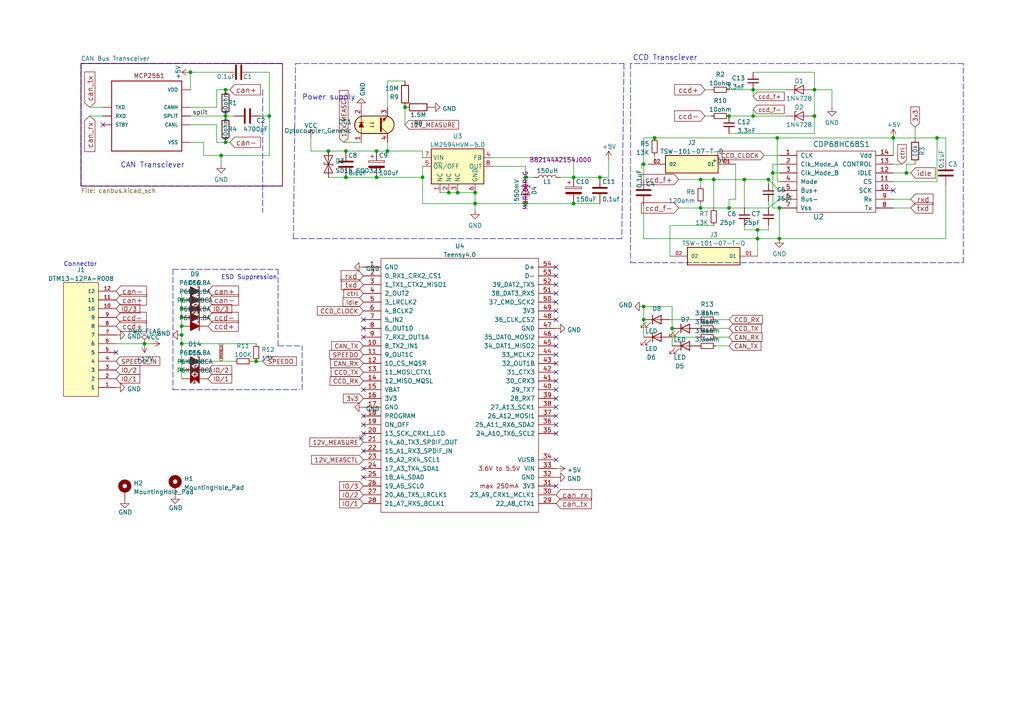
<source format=kicad_sch>
(kicad_sch (version 20211123) (generator eeschema)
  (paper "A4")
  (junction (at 65.405 26.035))
  (junction (at 52.705 107.315))
  (junction (at 117.475 31.115))
  (junction (at 64.135 45.085))
  (junction (at 100.33 43.815))
  (junction (at 194.945 95.25))
  (junction (at 203.2 52.07))
  (junction (at 112.395 43.815))
  (junction (at 218.44 26.035))
  (junction (at 137.795 59.055))
  (junction (at 122.555 51.435))
  (junction (at 222.885 52.07))
  (junction (at 95.25 43.815))
  (junction (at 152.4 59.055))
  (junction (at 52.705 89.535))
  (junction (at 236.22 26.035))
  (junction (at 211.455 60.325))
  (junction (at 41.91 99.695))
  (junction (at 100.33 51.435))
  (junction (at 52.705 92.075))
  (junction (at 52.705 94.615))
  (junction (at 218.44 33.655))
  (junction (at 52.705 99.695))
  (junction (at 226.06 69.215))
  (junction (at 262.89 50.165))
  (junction (at 65.405 33.655))
  (junction (at 207.01 52.07))
  (junction (at 226.06 60.325))
  (junction (at 52.705 104.775))
  (junction (at 173.99 51.435))
  (junction (at 186.69 92.71))
  (junction (at 189.865 40.005))
  (junction (at 211.455 33.655))
  (junction (at 219.71 69.215))
  (junction (at 109.22 51.435))
  (junction (at 166.37 51.435))
  (junction (at 215.9 52.07))
  (junction (at 52.705 97.155))
  (junction (at 259.08 40.005))
  (junction (at 130.175 55.88))
  (junction (at 65.405 41.275))
  (junction (at 271.78 40.005))
  (junction (at 186.69 47.625))
  (junction (at 236.22 33.655))
  (junction (at 152.4 51.435))
  (junction (at 109.22 43.815))
  (junction (at 219.71 66.675))
  (junction (at 225.425 40.005))
  (junction (at 78.105 33.655))
  (junction (at 55.245 20.955))
  (junction (at 186.69 88.9))
  (junction (at 137.795 55.88))
  (junction (at 224.155 50.165))
  (junction (at 74.295 104.775))
  (junction (at 203.2 60.325))
  (junction (at 132.715 55.88))
  (junction (at 52.705 86.995))
  (junction (at 166.37 59.055))
  (no_connect (at 161.29 125.73))
  (no_connect (at 161.29 90.17))
  (no_connect (at 29.845 36.195))
  (no_connect (at 161.29 102.87))
  (no_connect (at 161.29 92.71))
  (no_connect (at 161.29 87.63))
  (no_connect (at 161.29 80.01))
  (no_connect (at 161.29 77.47))
  (no_connect (at 105.41 113.03))
  (no_connect (at 33.655 102.235))
  (no_connect (at 161.29 115.57))
  (no_connect (at 161.29 113.03))
  (no_connect (at 161.29 110.49))
  (no_connect (at 161.29 107.95))
  (no_connect (at 161.29 105.41))
  (no_connect (at 161.29 133.35))
  (no_connect (at 161.29 140.97))
  (no_connect (at 259.08 55.245))
  (no_connect (at 161.29 100.33))
  (no_connect (at 161.29 97.79))
  (no_connect (at 105.41 120.65))
  (no_connect (at 105.41 123.19))
  (no_connect (at 105.41 125.73))
  (no_connect (at 161.29 85.09))
  (no_connect (at 161.29 82.55))
  (no_connect (at 105.41 97.79))
  (no_connect (at 105.41 135.89))
  (no_connect (at 105.41 138.43))
  (no_connect (at 105.41 92.71))
  (no_connect (at 104.775 127))
  (no_connect (at 105.41 130.81))
  (no_connect (at 161.29 118.11))
  (no_connect (at 161.29 123.19))
  (no_connect (at 161.29 120.65))
  (no_connect (at 105.41 95.25))
  (wire (pts (xy 109.22 51.435) (xy 122.555 51.435)))
  (wire (pts (xy 224.155 50.165) (xy 226.06 50.165)))
  (wire (pts (xy 186.69 40.005) (xy 186.69 47.625)))
  (wire (pts (xy 55.245 36.195) (xy 62.865 36.195)))
  (wire (pts (xy 55.245 31.115) (xy 62.865 31.115)))
  (wire (pts (xy 259.08 50.165) (xy 262.89 50.165)))
  (wire (pts (xy 78.105 45.085) (xy 64.135 45.085)))
  (wire (pts (xy 205.74 45.085) (xy 207.01 45.085)))
  (wire (pts (xy 219.71 66.675) (xy 219.71 69.215)))
  (polyline (pts (xy 23.495 53.975) (xy 81.915 53.975)))
  (polyline (pts (xy 50.165 78.105) (xy 50.165 113.03)))
  (wire (pts (xy 65.405 41.275) (xy 66.675 41.275)))
  (wire (pts (xy 222.885 53.34) (xy 222.885 52.07)))
  (wire (pts (xy 215.9 52.07) (xy 215.9 60.325)))
  (wire (pts (xy 52.705 89.535) (xy 52.705 92.075)))
  (wire (pts (xy 236.22 38.735) (xy 236.22 33.655)))
  (polyline (pts (xy 85.09 69.215) (xy 85.725 18.415)))
  (wire (pts (xy 194.945 88.9) (xy 194.945 95.25)))
  (wire (pts (xy 235.585 33.655) (xy 236.22 33.655)))
  (wire (pts (xy 207.01 52.07) (xy 207.01 60.325)))
  (wire (pts (xy 224.155 60.325) (xy 226.06 60.325)))
  (wire (pts (xy 259.08 47.625) (xy 261.62 47.625)))
  (wire (pts (xy 224.155 50.165) (xy 224.155 60.325)))
  (wire (pts (xy 52.705 97.155) (xy 52.705 99.695)))
  (wire (pts (xy 189.865 47.625) (xy 189.865 45.085)))
  (wire (pts (xy 226.06 57.785) (xy 222.885 60.325)))
  (wire (pts (xy 218.44 20.955) (xy 236.22 20.955)))
  (wire (pts (xy 137.795 55.88) (xy 137.795 59.055)))
  (wire (pts (xy 218.44 26.035) (xy 227.965 26.035)))
  (wire (pts (xy 152.4 51.435) (xy 154.94 51.435)))
  (wire (pts (xy 112.395 23.495) (xy 117.475 23.495)))
  (wire (pts (xy 100.33 51.435) (xy 109.22 51.435)))
  (wire (pts (xy 213.36 47.625) (xy 213.36 57.785)))
  (wire (pts (xy 132.715 55.88) (xy 137.795 55.88)))
  (wire (pts (xy 222.885 52.07) (xy 215.9 52.07)))
  (wire (pts (xy 78.105 20.955) (xy 73.025 20.955)))
  (wire (pts (xy 95.25 51.435) (xy 100.33 51.435)))
  (wire (pts (xy 55.245 26.035) (xy 55.245 20.955)))
  (wire (pts (xy 204.47 26.035) (xy 206.375 26.035)))
  (wire (pts (xy 166.37 45.72) (xy 166.37 51.435)))
  (wire (pts (xy 41.91 99.695) (xy 43.815 99.695)))
  (wire (pts (xy 52.705 84.455) (xy 52.705 86.995)))
  (wire (pts (xy 271.78 40.005) (xy 274.32 40.005)))
  (polyline (pts (xy 50.165 78.105) (xy 80.645 78.105)))
  (wire (pts (xy 173.99 51.435) (xy 166.37 51.435)))
  (wire (pts (xy 64.135 45.085) (xy 59.055 45.085)))
  (wire (pts (xy 222.885 52.07) (xy 226.06 55.245)))
  (wire (pts (xy 186.69 97.79) (xy 186.69 92.71)))
  (wire (pts (xy 207.645 92.71) (xy 211.455 92.71)))
  (polyline (pts (xy 182.88 76.2) (xy 279.4 76.2)))
  (wire (pts (xy 26.035 33.655) (xy 29.845 33.655)))
  (wire (pts (xy 90.17 43.815) (xy 95.25 43.815)))
  (wire (pts (xy 78.105 20.955) (xy 78.105 33.655)))
  (wire (pts (xy 189.865 40.005) (xy 225.425 40.005)))
  (wire (pts (xy 127.635 55.88) (xy 130.175 55.88)))
  (wire (pts (xy 207.645 100.33) (xy 211.455 100.33)))
  (wire (pts (xy 65.405 26.035) (xy 66.675 26.035)))
  (wire (pts (xy 194.31 92.71) (xy 202.565 92.71)))
  (wire (pts (xy 218.44 33.655) (xy 227.965 33.655)))
  (polyline (pts (xy 182.88 18.415) (xy 182.88 76.2)))
  (wire (pts (xy 142.875 48.26) (xy 152.4 48.26)))
  (wire (pts (xy 100.33 43.815) (xy 109.22 43.815)))
  (wire (pts (xy 211.455 57.785) (xy 211.455 60.325)))
  (wire (pts (xy 211.455 26.035) (xy 218.44 26.035)))
  (wire (pts (xy 52.705 99.695) (xy 52.705 104.775)))
  (wire (pts (xy 265.43 36.83) (xy 265.43 40.005)))
  (wire (pts (xy 52.705 104.775) (xy 52.705 107.315)))
  (wire (pts (xy 203.2 52.07) (xy 203.2 53.975)))
  (wire (pts (xy 26.035 31.115) (xy 29.845 31.115)))
  (wire (pts (xy 65.405 33.655) (xy 67.945 33.655)))
  (wire (pts (xy 259.08 60.325) (xy 264.16 60.325)))
  (wire (pts (xy 274.32 69.215) (xy 274.32 53.975)))
  (wire (pts (xy 99.695 41.275) (xy 104.775 41.275)))
  (wire (pts (xy 78.105 33.655) (xy 78.105 45.085)))
  (wire (pts (xy 162.56 51.435) (xy 166.37 51.435)))
  (wire (pts (xy 173.99 59.055) (xy 166.37 59.055)))
  (wire (pts (xy 211.455 33.655) (xy 218.44 33.655)))
  (polyline (pts (xy 279.4 76.2) (xy 279.4 18.415)))
  (wire (pts (xy 235.585 26.035) (xy 236.22 26.035)))
  (wire (pts (xy 109.22 43.815) (xy 112.395 43.815)))
  (wire (pts (xy 274.32 40.005) (xy 274.32 46.355)))
  (wire (pts (xy 236.22 33.655) (xy 236.22 26.035)))
  (wire (pts (xy 33.655 99.695) (xy 41.91 99.695)))
  (wire (pts (xy 211.455 60.325) (xy 222.885 60.325)))
  (polyline (pts (xy 180.34 69.215) (xy 85.09 69.215)))
  (polyline (pts (xy 80.645 100.33) (xy 80.645 78.105)))
  (wire (pts (xy 166.37 59.055) (xy 152.4 59.055)))
  (wire (pts (xy 262.89 50.165) (xy 264.16 50.165)))
  (wire (pts (xy 95.25 43.815) (xy 100.33 43.815)))
  (polyline (pts (xy 180.975 18.415) (xy 180.34 69.215)))
  (wire (pts (xy 122.555 48.26) (xy 122.555 51.435)))
  (wire (pts (xy 207.645 95.25) (xy 211.455 95.25)))
  (wire (pts (xy 194.31 74.295) (xy 194.31 65.405)))
  (wire (pts (xy 186.055 48.895) (xy 186.055 47.625)))
  (wire (pts (xy 152.4 59.055) (xy 137.795 59.055)))
  (wire (pts (xy 73.025 104.775) (xy 74.295 104.775)))
  (wire (pts (xy 226.06 60.325) (xy 226.06 69.215)))
  (wire (pts (xy 196.85 52.07) (xy 203.2 52.07)))
  (polyline (pts (xy 279.4 18.415) (xy 182.88 18.415)))
  (wire (pts (xy 222.885 66.675) (xy 219.71 66.675)))
  (wire (pts (xy 215.9 65.405) (xy 215.9 66.675)))
  (wire (pts (xy 142.875 45.72) (xy 166.37 45.72)))
  (wire (pts (xy 225.425 40.005) (xy 259.08 40.005)))
  (wire (pts (xy 221.615 45.085) (xy 226.06 45.085)))
  (wire (pts (xy 52.705 94.615) (xy 52.705 97.155)))
  (wire (pts (xy 62.865 41.275) (xy 65.405 41.275)))
  (wire (pts (xy 218.44 26.035) (xy 218.44 27.94)))
  (wire (pts (xy 241.3 26.035) (xy 241.3 31.115)))
  (wire (pts (xy 226.06 69.215) (xy 274.32 69.215)))
  (wire (pts (xy 112.395 43.815) (xy 122.555 43.815)))
  (polyline (pts (xy 87.63 113.03) (xy 87.63 100.33)))
  (wire (pts (xy 262.89 47.625) (xy 262.89 50.165)))
  (wire (pts (xy 226.06 52.705) (xy 225.425 52.705)))
  (wire (pts (xy 62.865 36.195) (xy 62.865 41.275)))
  (wire (pts (xy 259.08 40.005) (xy 259.08 45.085)))
  (wire (pts (xy 186.055 47.625) (xy 186.69 47.625)))
  (wire (pts (xy 218.44 31.75) (xy 218.44 33.655)))
  (wire (pts (xy 186.69 69.215) (xy 219.71 69.215)))
  (wire (pts (xy 186.69 69.215) (xy 186.69 59.69)))
  (wire (pts (xy 259.08 40.005) (xy 271.78 40.005)))
  (wire (pts (xy 203.2 60.325) (xy 211.455 60.325)))
  (wire (pts (xy 117.475 31.115) (xy 117.475 36.195)))
  (wire (pts (xy 204.47 33.655) (xy 206.375 33.655)))
  (wire (pts (xy 122.555 45.72) (xy 122.555 43.815)))
  (wire (pts (xy 122.555 59.055) (xy 137.795 59.055)))
  (wire (pts (xy 194.31 97.79) (xy 202.565 97.79)))
  (wire (pts (xy 176.53 46.355) (xy 176.53 51.435)))
  (wire (pts (xy 122.555 51.435) (xy 122.555 59.055)))
  (wire (pts (xy 226.06 47.625) (xy 224.155 47.625)))
  (wire (pts (xy 90.17 43.815) (xy 90.17 40.005)))
  (wire (pts (xy 74.295 104.775) (xy 76.2 104.775)))
  (wire (pts (xy 187.96 47.625) (xy 189.865 47.625)))
  (wire (pts (xy 236.22 26.035) (xy 241.3 26.035)))
  (polyline (pts (xy 76.2 26.035) (xy 76.2 61.595)))
  (wire (pts (xy 194.945 100.33) (xy 194.945 95.25)))
  (wire (pts (xy 203.2 59.055) (xy 203.2 60.325)))
  (wire (pts (xy 64.135 47.625) (xy 64.135 45.085)))
  (wire (pts (xy 219.71 69.215) (xy 219.71 74.295)))
  (wire (pts (xy 271.78 52.705) (xy 259.08 52.705)))
  (wire (pts (xy 186.69 47.625) (xy 186.69 52.07)))
  (wire (pts (xy 222.885 58.42) (xy 222.885 60.325)))
  (wire (pts (xy 222.885 65.405) (xy 222.885 66.675)))
  (wire (pts (xy 186.69 40.005) (xy 189.865 40.005)))
  (polyline (pts (xy 50.165 113.03) (xy 86.995 113.03)))
  (wire (pts (xy 265.43 47.625) (xy 262.89 47.625)))
  (wire (pts (xy 137.795 59.055) (xy 137.795 60.96)))
  (wire (pts (xy 59.055 45.085) (xy 59.055 41.275)))
  (wire (pts (xy 52.705 86.995) (xy 52.705 89.535)))
  (wire (pts (xy 52.705 107.315) (xy 52.705 109.855)))
  (wire (pts (xy 213.36 57.785) (xy 211.455 57.785)))
  (wire (pts (xy 55.245 41.275) (xy 59.055 41.275)))
  (wire (pts (xy 52.705 92.075) (xy 52.705 94.615)))
  (wire (pts (xy 194.31 65.405) (xy 207.01 65.405)))
  (wire (pts (xy 236.22 20.955) (xy 236.22 26.035)))
  (wire (pts (xy 62.865 26.035) (xy 65.405 26.035)))
  (wire (pts (xy 60.325 104.775) (xy 67.945 104.775)))
  (wire (pts (xy 211.455 38.735) (xy 236.22 38.735)))
  (wire (pts (xy 112.395 41.275) (xy 112.395 43.815)))
  (wire (pts (xy 152.4 48.26) (xy 152.4 51.435)))
  (wire (pts (xy 271.78 40.005) (xy 271.78 52.705)))
  (wire (pts (xy 224.155 47.625) (xy 224.155 50.165)))
  (wire (pts (xy 225.425 52.705) (xy 225.425 40.005)))
  (wire (pts (xy 52.705 99.695) (xy 74.295 99.695)))
  (wire (pts (xy 259.08 57.785) (xy 264.16 57.785)))
  (polyline (pts (xy 23.495 18.415) (xy 23.495 53.975)))
  (wire (pts (xy 176.53 51.435) (xy 173.99 51.435)))
  (polyline (pts (xy 86.995 100.33) (xy 80.645 100.33)))
  (wire (pts (xy 219.71 69.215) (xy 226.06 69.215)))
  (wire (pts (xy 194.945 88.9) (xy 186.69 88.9)))
  (wire (pts (xy 186.69 92.71) (xy 186.69 88.9)))
  (wire (pts (xy 55.245 20.955) (xy 65.405 20.955)))
  (polyline (pts (xy 81.915 18.415) (xy 23.495 18.415)))
  (wire (pts (xy 219.71 66.675) (xy 215.9 66.675)))
  (wire (pts (xy 78.105 33.655) (xy 75.565 33.655)))
  (wire (pts (xy 196.85 60.325) (xy 203.2 60.325)))
  (wire (pts (xy 130.175 55.88) (xy 132.715 55.88)))
  (wire (pts (xy 55.245 33.655) (xy 65.405 33.655)))
  (wire (pts (xy 215.9 52.07) (xy 207.01 52.07)))
  (wire (pts (xy 207.645 97.79) (xy 211.455 97.79)))
  (wire (pts (xy 62.865 31.115) (xy 62.865 26.035)))
  (wire (pts (xy 112.395 31.115) (xy 112.395 23.495)))
  (polyline (pts (xy 85.725 18.415) (xy 180.975 18.415)))
  (wire (pts (xy 203.2 52.07) (xy 207.01 52.07)))
  (text "CAN Transciever" (at 34.925 48.895 0) (effects (font (size 1.524 1.524)) (justify left bottom)))
  (text "CCD Transciever" (at 183.515 17.78 0) (effects (font (size 1.524 1.524)) (justify left bottom)))
  (text "Power supply" (at 87.63 29.21 0) (effects (font (size 1.524 1.524)) (justify left bottom)))
  (text "ESD Suppression" (at 64.135 81.28 0) (effects (font (size 1.27 1.27)) (justify left bottom)))
  (text "Connector" (at 18.415 77.47 0) (effects (font (size 1.27 1.27)) (justify left bottom)))
  (label "split" (at 55.88 33.655 0))
  (label "+5V" (at 206.375 47.625 0))
  (global_label "12V_MEASCTL" (shape input) (at 105.41 133.35 180) (property "Intersheet References" "${INTERSHEET_REFS}" (effects hide)))
  (global_label "ccd+" (shape input) (at 60.325 94.615 0) (effects (font (size 1.524 1.524))) (property "Intersheet References" "${INTERSHEET_REFS}" (effects hide)))
  (global_label "can+" (shape input) (at 33.655 86.995 0) (effects (font (size 1.524 1.524))) (property "Intersheet References" "${INTERSHEET_REFS}" (effects hide)))
  (global_label "ccd_f+" (shape input) (at 196.85 52.07 180) (effects (font (size 1.524 1.524))) (property "Intersheet References" "${INTERSHEET_REFS}" (effects hide)))
  (global_label "CCD_TX" (shape input) (at 105.41 107.95 180) (property "Intersheet References" "${INTERSHEET_REFS}" (effects hide)))
  (global_label "can_tx" (shape input) (at 161.29 146.05 0) (effects (font (size 1.524 1.524))) (property "Intersheet References" "${INTERSHEET_REFS}" (effects hide)))
  (global_label "IO{slash}1" (shape input) (at 105.41 146.05 180) (property "Intersheet References" "${INTERSHEET_REFS}" (effects hide)))
  (global_label "rxd" (shape input) (at 264.16 57.785 0) (effects (font (size 1.524 1.524))) (property "Intersheet References" "${INTERSHEET_REFS}" (effects hide)))
  (global_label "IO{slash}2" (shape input) (at 105.41 143.51 180) (property "Intersheet References" "${INTERSHEET_REFS}" (effects hide)))
  (global_label "txd" (shape input) (at 264.16 60.325 0) (effects (font (size 1.524 1.524))) (property "Intersheet References" "${INTERSHEET_REFS}" (effects hide)))
  (global_label "12V_MEASURE" (shape input) (at 117.475 36.195 0) (property "Intersheet References" "${INTERSHEET_REFS}" (effects hide)))
  (global_label "can_rx" (shape input) (at 26.035 33.655 270) (effects (font (size 1.524 1.524))) (property "Intersheet References" "${INTERSHEET_REFS}" (effects hide)))
  (global_label "rxd" (shape input) (at 105.41 80.01 180) (effects (font (size 1.524 1.524))) (property "Intersheet References" "${INTERSHEET_REFS}" (effects hide)))
  (global_label "ccd+" (shape input) (at 33.655 94.615 0) (effects (font (size 1.524 1.524))) (property "Intersheet References" "${INTERSHEET_REFS}" (effects hide)))
  (global_label "IO{slash}3" (shape input) (at 105.41 140.97 180) (property "Intersheet References" "${INTERSHEET_REFS}" (effects hide)))
  (global_label "CCD_RX" (shape input) (at 105.41 110.49 180) (property "Intersheet References" "${INTERSHEET_REFS}" (effects hide)))
  (global_label "SPEEDO" (shape input) (at 76.2 104.775 0) (property "Intersheet References" "${INTERSHEET_REFS}" (effects hide)))
  (global_label "can_tx" (shape input) (at 26.035 31.115 90) (effects (font (size 1.524 1.524))) (property "Intersheet References" "${INTERSHEET_REFS}" (effects hide)))
  (global_label "idle" (shape input) (at 264.16 50.165 0) (effects (font (size 1.524 1.524))) (property "Intersheet References" "${INTERSHEET_REFS}" (effects hide)))
  (global_label "IO{slash}3" (shape input) (at 33.655 89.535 0) (property "Intersheet References" "${INTERSHEET_REFS}" (effects hide)))
  (global_label "ccd_f-" (shape input) (at 196.85 60.325 180) (effects (font (size 1.524 1.524))) (property "Intersheet References" "${INTERSHEET_REFS}" (effects hide)))
  (global_label "ctrl" (shape input) (at 105.41 85.09 180) (property "Intersheet References" "${INTERSHEET_REFS}" (effects hide)))
  (global_label "ccd-" (shape input) (at 60.325 92.075 0) (effects (font (size 1.524 1.524))) (property "Intersheet References" "${INTERSHEET_REFS}" (effects hide)))
  (global_label "CCD_RX" (shape input) (at 211.455 92.71 0) (property "Intersheet References" "${INTERSHEET_REFS}" (effects hide)))
  (global_label "IO{slash}2" (shape input) (at 60.325 107.315 0) (property "Intersheet References" "${INTERSHEET_REFS}" (effects hide)))
  (global_label "CCD_CLOCK" (shape input) (at 221.615 45.085 180) (property "Intersheet References" "${INTERSHEET_REFS}" (effects hide)))
  (global_label "can_rx" (shape input) (at 161.29 143.51 0) (effects (font (size 1.524 1.524))) (property "Intersheet References" "${INTERSHEET_REFS}" (effects hide)))
  (global_label "can+" (shape input) (at 60.325 84.455 0) (effects (font (size 1.524 1.524))) (property "Intersheet References" "${INTERSHEET_REFS}" (effects hide)))
  (global_label "can-" (shape input) (at 66.675 41.275 0) (effects (font (size 1.524 1.524))) (property "Intersheet References" "${INTERSHEET_REFS}" (effects hide)))
  (global_label "CCD_TX" (shape input) (at 211.455 95.25 0) (property "Intersheet References" "${INTERSHEET_REFS}" (effects hide)))
  (global_label "IO{slash}2" (shape input) (at 33.655 107.315 0) (property "Intersheet References" "${INTERSHEET_REFS}" (effects hide)))
  (global_label "can-" (shape input) (at 33.655 84.455 0) (effects (font (size 1.524 1.524))) (property "Intersheet References" "${INTERSHEET_REFS}" (effects hide)))
  (global_label "SPEEDO" (shape input) (at 105.41 102.87 180) (property "Intersheet References" "${INTERSHEET_REFS}" (effects hide)))
  (global_label "CAN_TX" (shape input) (at 211.455 100.33 0) (property "Intersheet References" "${INTERSHEET_REFS}" (effects hide)))
  (global_label "ccd+" (shape input) (at 204.47 26.035 180) (effects (font (size 1.524 1.524))) (property "Intersheet References" "${INTERSHEET_REFS}" (effects hide)))
  (global_label "CAN_TX" (shape input) (at 105.41 100.33 180) (property "Intersheet References" "${INTERSHEET_REFS}" (effects hide)))
  (global_label "3v3" (shape input) (at 265.43 36.83 90) (property "Intersheet References" "${INTERSHEET_REFS}" (effects hide)))
  (global_label "ccd_f-" (shape input) (at 218.44 31.75 0) (property "Intersheet References" "${INTERSHEET_REFS}" (effects hide)))
  (global_label "12V_MEASURE" (shape input) (at 105.41 128.27 180) (property "Intersheet References" "${INTERSHEET_REFS}" (effects hide)))
  (global_label "IO{slash}3" (shape input) (at 60.325 89.535 0) (property "Intersheet References" "${INTERSHEET_REFS}" (effects hide)))
  (global_label "SPEEDO_IN" (shape input) (at 33.655 104.775 0) (property "Intersheet References" "${INTERSHEET_REFS}" (effects hide)))
  (global_label "CAN_RX" (shape input) (at 105.41 105.41 180) (property "Intersheet References" "${INTERSHEET_REFS}" (effects hide)))
  (global_label "ccd-" (shape input) (at 204.47 33.655 180) (effects (font (size 1.524 1.524))) (property "Intersheet References" "${INTERSHEET_REFS}" (effects hide)))
  (global_label "can+" (shape input) (at 66.675 26.035 0) (effects (font (size 1.524 1.524))) (property "Intersheet References" "${INTERSHEET_REFS}" (effects hide)))
  (global_label "idle" (shape input) (at 105.41 87.63 180) (property "Intersheet References" "${INTERSHEET_REFS}" (effects hide)))
  (global_label "ccd-" (shape input) (at 33.655 92.075 0) (effects (font (size 1.524 1.524))) (property "Intersheet References" "${INTERSHEET_REFS}" (effects hide)))
  (global_label "IO{slash}1" (shape input) (at 33.655 109.855 0) (property "Intersheet References" "${INTERSHEET_REFS}" (effects hide)))
  (global_label "IO{slash}1" (shape input) (at 60.325 109.855 0) (property "Intersheet References" "${INTERSHEET_REFS}" (effects hide)))
  (global_label "ctrl" (shape input) (at 261.62 47.625 90) (property "Intersheet References" "${INTERSHEET_REFS}" (effects hide)))
  (global_label "CAN_RX" (shape input) (at 211.455 97.79 0) (property "Intersheet References" "${INTERSHEET_REFS}" (effects hide)))
  (global_label "txd" (shape input) (at 105.41 82.55 180) (effects (font (size 1.524 1.524))) (property "Intersheet References" "${INTERSHEET_REFS}" (effects hide)))
  (global_label "ccd_f+" (shape input) (at 218.44 27.94 0) (property "Intersheet References" "${INTERSHEET_REFS}" (effects hide)))
  (global_label "SPEEDO_IN" (shape input) (at 64.135 104.775 90) (effects (font (size 0.5 0.5))) (property "Intersheet References" "${INTERSHEET_REFS}" (effects hide)))
  (global_label "can-" (shape input) (at 60.325 86.995 0) (effects (font (size 1.524 1.524))) (property "Intersheet References" "${INTERSHEET_REFS}" (effects hide)))
  (global_label "12V_MEASCTL" (shape input) (at 99.695 41.275 90) (property "Intersheet References" "${INTERSHEET_REFS}" (effects hide)))
  (global_label "3v3" (shape input) (at 105.41 115.57 180) (property "Intersheet References" "${INTERSHEET_REFS}" (effects hide)))
  (global_label "CCD_CLOCK" (shape input) (at 105.41 90.17 180) (property "Intersheet References" "${INTERSHEET_REFS}" (effects hide)))
  (symbol (lib_id "Device:R") (at 117.475 27.305 180) (unit 1)
    (property "Reference" "R9" (at 115.697 28.1397 0) (effects (justify left)))
    (property "Value" "10M" (at 115.697 25.6028 0) (effects (justify left)))
    (property "Footprint" "Resistor_THT:R_Axial_DIN0204_L3.6mm_D1.6mm_P5.08mm_Horizontal" (effects hide))
  )
  (symbol (lib_id "power:GND") (at 52.705 97.155 270) (unit 1)
    (property "Reference" "#PWR03" (effects hide))
    (property "Value" "GND" (at 49.53 96.7212 90) (effects (justify right)))
  )
  (symbol (lib_id "Device:R_Small") (at 189.865 42.545 0) (mirror y) (unit 1)
    (property "Reference" "R5" (at 188.3664 41.7103 0) (effects (justify left)))
    (property "Value" "13K" (at 188.3664 44.2472 0) (effects (justify left)))
    (property "Footprint" "Resistor_THT:R_Axial_DIN0207_L6.3mm_D2.5mm_P7.62mm_Horizontal" (effects hide))
  )
  (symbol (lib_id "power:GND") (at 105.41 118.11 270) (unit 1)
    (property "Reference" "#PWR015" (effects hide))
    (property "Value" "GND" (at 106.045 118.5438 90) (effects (justify left)))
  )
  (symbol (lib_id "Device:LED") (at 190.5 92.71 0) (unit 1)
    (property "Reference" "D8" (at 190.5 89.535 0))
    (property "Value" "LED" (at 188.9125 96.0319 0))
    (property "Footprint" "LED_SMD:LED_0805_2012Metric_Pad1.15x1.40mm_HandSolder" (effects hide))
  )
  (symbol (lib_id "ccd_can_bridge-rescue:L") (at 158.75 51.435 90) (unit 1)
    (property "Reference" "L1" (at 158.75 52.705 90))
    (property "Value" "150uH" (at 158.75 49.53 90))
    (property "Footprint" "Inductor_THT:L_Axial_L12.0mm_D5.0mm_P15.24mm_Horizontal_Fastron_MISC" (effects hide))
    (property "Datasheet" "B82144A2154J000" (at 162.56 46.355 90))
  )
  (symbol (lib_id "ccd_can_bridge-rescue:R") (at 65.405 37.465 0) (unit 1)
    (property "Reference" "R4" (at 67.437 37.465 0))
    (property "Value" "60ohm" (at 65.405 37.465 90))
    (property "Footprint" "Resistor_THT:R_Axial_DIN0309_L9.0mm_D3.2mm_P12.70mm_Horizontal" (effects hide))
  )
  (symbol (lib_id "ccd_can_bridge-rescue:R") (at 265.43 43.815 0) (unit 1)
    (property "Reference" "R3" (at 267.462 43.815 90))
    (property "Value" "10k" (at 265.43 43.815 90))
    (property "Footprint" "Resistor_THT:R_Axial_DIN0204_L3.6mm_D1.6mm_P5.08mm_Horizontal" (effects hide))
  )
  (symbol (lib_id "Device:LED") (at 190.5 97.79 0) (unit 1)
    (property "Reference" "D6" (at 188.9125 103.6488 0))
    (property "Value" "LED" (at 188.9125 101.1119 0))
    (property "Footprint" "LED_SMD:LED_0805_2012Metric_Pad1.15x1.40mm_HandSolder" (effects hide))
  )
  (symbol (lib_id "teensy:Teensy4.0") (at 133.35 111.76 0) (unit 1)
    (property "Reference" "U4" (at 133.35 71.3572 0))
    (property "Value" "Teensy4.0" (at 133.35 73.8941 0))
    (property "Footprint" "Teensy 4.0:Teensy40_NoSMT" (effects hide))
  )
  (symbol (lib_id "power:GND") (at 137.795 60.96 0) (unit 1)
    (property "Reference" "#PWR014" (effects hide))
    (property "Value" "GND" (at 137.795 65.4034 0))
  )
  (symbol (lib_id "ccd_can_bridge-rescue:D_Zener") (at 231.775 33.655 0) (unit 1)
    (property "Reference" "D2" (at 231.775 31.115 0))
    (property "Value" "1N4728" (at 231.775 36.195 0))
    (property "Footprint" "Diode_THT:D_DO-41_SOD81_P7.62mm_Horizontal" (effects hide))
  )
  (symbol (lib_id "Diode_TVS_AKL:P6KE6.8A") (at 56.515 86.995 0) (unit 1)
    (property "Reference" "D10" (at 56.515 82.0252 0))
    (property "Value" "P6KE6.8A" (at 56.515 84.5621 0))
    (property "Footprint" "Diode_THT:D_DO-15_P10.16mm_Horizontal" (effects hide))
    (property "Datasheet" "https://www.tme.eu/Document/6b488a936123e1f9ccf03f4f9186b150/P6KE_ser.pdf" (effects hide))
  )
  (symbol (lib_id "Device:R_Small") (at 205.105 95.25 90) (unit 1)
    (property "Reference" "R14" (at 205.105 90.8136 90))
    (property "Value" "3.3ohm" (at 205.105 93.3505 90))
    (property "Footprint" "Resistor_SMD:R_0603_1608Metric_Pad0.98x0.95mm_HandSolder" (effects hide))
  )
  (symbol (lib_id "Device:R_Small") (at 208.915 26.035 90) (mirror x) (unit 1)
    (property "Reference" "R2" (at 208.915 21.5986 90))
    (property "Value" "10ohm" (at 208.915 24.1355 90))
    (property "Footprint" "Resistor_THT:R_Axial_DIN0207_L6.3mm_D2.5mm_P7.62mm_Horizontal" (effects hide))
  )
  (symbol (lib_id "Device:LED") (at 198.755 100.33 0) (unit 1)
    (property "Reference" "D5" (at 197.1675 106.1888 0))
    (property "Value" "LED" (at 197.1675 103.6519 0))
    (property "Footprint" "LED_SMD:LED_0805_2012Metric_Pad1.15x1.40mm_HandSolder" (effects hide))
  )
  (symbol (lib_id "Diode_TVS_AKL:P6KE6.8CA") (at 56.515 89.535 0) (unit 1)
    (property "Reference" "D11" (at 56.515 84.5652 0))
    (property "Value" "P6KE6.8CA" (at 56.515 87.1021 0))
    (property "Footprint" "Diode_THT:D_DO-15_P10.16mm_Horizontal" (effects hide))
    (property "Datasheet" "https://www.tme.eu/Document/6b488a936123e1f9ccf03f4f9186b150/P6KE_ser.pdf" (effects hide))
  )
  (symbol (lib_id "power:GND") (at 104.775 31.115 180) (unit 1)
    (property "Reference" "#PWR0106" (effects hide))
    (property "Value" "GND" (at 105.2088 27.94 90) (effects (justify right)))
  )
  (symbol (lib_id "ccd_can_bridge-rescue:MCP2561") (at 34.925 43.815 0) (unit 1)
    (property "Reference" "U1" (effects hide))
    (property "Value" "MCP2561" (effects hide))
    (property "Footprint" "MCP2561:DIP787W46P254L927H533Q8" (effects hide))
    (property "Datasheet" "MCP2561FD-E/P" (effects hide))
    (property "Availability" "Warning" (effects hide))
    (property "MF" "Microchip" (effects hide))
    (property "Description" "MCP2561 Series 5.5 V 8 Mbps High-Speed CAN Flexible Data Rate Transceiver -DIP-8" (effects hide))
    (property "Package" "PDIP-8 Microchip" (effects hide))
    (property "Price" "0.81 USD" (effects hide))
  )
  (symbol (lib_id "Mechanical:MountingHole_Pad") (at 36.195 142.24 0) (unit 1)
    (property "Reference" "H2" (at 38.735 140.1353 0) (effects (justify left)))
    (property "Value" "MountingHole_Pad" (at 38.735 142.6722 0) (effects (justify left)))
    (property "Footprint" "MountingHole:MountingHole_3.2mm_M3" (effects hide))
  )
  (symbol (lib_id "power:+5V") (at 161.29 135.89 270) (unit 1)
    (property "Reference" "#PWR016" (effects hide))
    (property "Value" "+5V" (at 164.465 136.3238 90) (effects (justify left)))
  )
  (symbol (lib_id "power:GND") (at 33.655 97.155 90) (unit 1)
    (property "Reference" "#PWR0103" (effects hide))
    (property "Value" "GND" (at 36.83 97.5888 90) (effects (justify right)))
  )
  (symbol (lib_id "Diode_TVS_AKL:P6KE6.8A") (at 56.515 104.775 0) (unit 1)
    (property "Reference" "D14" (at 56.515 99.8052 0))
    (property "Value" "P6KE6.8A" (at 56.515 102.3421 0))
    (property "Footprint" "Diode_THT:D_DO-15_P10.16mm_Horizontal" (effects hide))
    (property "Datasheet" "https://www.tme.eu/Document/6b488a936123e1f9ccf03f4f9186b150/P6KE_ser.pdf" (effects hide))
  )
  (symbol (lib_id "power:+5V") (at 176.53 46.355 0) (unit 1)
    (property "Reference" "#PWR09" (effects hide))
    (property "Value" "+5V" (at 174.625 42.545 0) (effects (justify left)))
  )
  (symbol (lib_id "Device:R_Small") (at 205.105 97.79 90) (unit 1)
    (property "Reference" "R15" (at 205.105 93.3536 90))
    (property "Value" "3.3ohm" (at 205.105 95.8905 90))
    (property "Footprint" "Resistor_SMD:R_0603_1608Metric_Pad0.98x0.95mm_HandSolder" (effects hide))
  )
  (symbol (lib_id "Device:R") (at 121.285 31.115 90) (unit 1)
    (property "Reference" "R8" (at 121.285 35.8308 90))
    (property "Value" "1.5M" (at 121.285 33.2939 90))
    (property "Footprint" "Resistor_THT:R_Axial_DIN0204_L3.6mm_D1.6mm_P5.08mm_Horizontal" (effects hide))
  )
  (symbol (lib_id "Device:C_Small") (at 215.9 62.865 0) (mirror y) (unit 1)
    (property "Reference" "C6" (at 213.5759 62.0366 0) (effects (justify left)))
    (property "Value" "25pF" (at 213.5759 64.5735 0) (effects (justify left)))
    (property "Footprint" "TSW-101:C_Disc_D6.5mm_W4mm_P6.4mm" (effects hide))
  )
  (symbol (lib_id "power:+12V") (at 41.91 99.695 180) (unit 1)
    (property "Reference" "#PWR010" (effects hide))
    (property "Value" "+12V" (at 41.91 104.1384 0))
  )
  (symbol (lib_id "Device:R_Small") (at 203.2 56.515 0) (mirror y) (unit 1)
    (property "Reference" "R6" (at 201.7014 55.6803 0) (effects (justify left)))
    (property "Value" "120ohm" (at 201.7014 58.2172 0) (effects (justify left)))
    (property "Footprint" "Resistor_THT:R_Axial_DIN0207_L6.3mm_D2.5mm_P7.62mm_Horizontal" (effects hide))
  )
  (symbol (lib_id "ccd_can_bridge-rescue:+5V") (at 55.245 20.955 90) (unit 1)
    (property "Reference" "#PWR01" (effects hide))
    (property "Value" "+5V" (at 51.689 20.955 0))
  )
  (symbol (lib_id "power:GND") (at 125.095 31.115 90) (unit 1)
    (property "Reference" "#PWR07" (effects hide))
    (property "Value" "GND" (at 128.27 31.5488 90) (effects (justify right)))
  )
  (symbol (lib_id "power:GND") (at 33.655 112.395 90) (unit 1)
    (property "Reference" "#PWR0104" (effects hide))
    (property "Value" "GND" (at 36.83 112.8288 90) (effects (justify right)))
  )
  (symbol (lib_id "ccd_can_bridge-rescue:C") (at 69.215 20.955 270) (unit 1)
    (property "Reference" "C1" (at 70.485 22.225 90) (effects (justify left)))
    (property "Value" "0.1uF" (at 62.865 22.225 90) (effects (justify left)))
    (property "Footprint" "Capacitor_THT:C_Disc_D7.0mm_W2.5mm_P5.00mm" (effects hide))
  )
  (symbol (lib_id "Diode_TVS_AKL:P6KE6.8A") (at 56.515 94.615 0) (unit 1)
    (property "Reference" "D13" (at 56.515 89.6452 0))
    (property "Value" "P6KE6.8A" (at 56.515 92.1821 0))
    (property "Footprint" "Diode_THT:D_DO-15_P10.16mm_Horizontal" (effects hide))
    (property "Datasheet" "https://www.tme.eu/Document/6b488a936123e1f9ccf03f4f9186b150/P6KE_ser.pdf" (effects hide))
  )
  (symbol (lib_id "Mechanical:MountingHole_Pad") (at 50.8 140.97 0) (unit 1)
    (property "Reference" "H1" (at 53.34 138.8653 0) (effects (justify left)))
    (property "Value" "MountingHole_Pad" (at 53.34 141.4022 0) (effects (justify left)))
    (property "Footprint" "MountingHole:MountingHole_3.2mm_M3" (effects hide))
  )
  (symbol (lib_id "ccd_can_bridge-rescue:C") (at 100.33 47.625 0) (unit 1)
    (property "Reference" "C8" (at 100.965 45.085 0) (effects (justify left)))
    (property "Value" "0.1uf" (at 100.965 50.165 0) (effects (justify left)))
    (property "Footprint" "Capacitor_THT:C_Disc_D7.0mm_W2.5mm_P5.00mm" (effects hide))
  )
  (symbol (lib_id "Device:R_Small") (at 205.105 100.33 90) (unit 1)
    (property "Reference" "R16" (at 205.105 95.8936 90))
    (property "Value" "3.3ohm" (at 205.105 98.4305 90))
    (property "Footprint" "Resistor_SMD:R_0603_1608Metric_Pad0.98x0.95mm_HandSolder" (effects hide))
  )
  (symbol (lib_id "power:GND") (at 161.29 95.25 90) (unit 1)
    (property "Reference" "#PWR0102" (effects hide))
    (property "Value" "GND" (at 164.465 95.6838 90) (effects (justify right)))
  )
  (symbol (lib_id "ccd_can_bridge-rescue:C") (at 71.755 33.655 270) (unit 1)
    (property "Reference" "C2" (at 74.295 34.925 90) (effects (justify left)))
    (property "Value" "4700pF" (at 70.485 37.465 90) (effects (justify left)))
    (property "Footprint" "Capacitor_THT:C_Disc_D7.0mm_W2.5mm_P5.00mm" (effects hide))
  )
  (symbol (lib_id "Device:LED") (at 198.755 95.25 0) (unit 1)
    (property "Reference" "D7" (at 198.755 92.71 0))
    (property "Value" "LED" (at 197.1675 98.5719 0))
    (property "Footprint" "LED_SMD:LED_0805_2012Metric_Pad1.15x1.40mm_HandSolder" (effects hide))
  )
  (symbol (lib_id "ccd_can_bridge-rescue:R") (at 65.405 29.845 0) (unit 1)
    (property "Reference" "R1" (at 67.437 29.845 0))
    (property "Value" "60ohm" (at 65.405 29.845 90))
    (property "Footprint" "Resistor_THT:R_Axial_DIN0309_L9.0mm_D3.2mm_P12.70mm_Horizontal" (effects hide))
  )
  (symbol (lib_id "power:GND") (at 105.41 77.47 270) (unit 1)
    (property "Reference" "#PWR06" (effects hide))
    (property "Value" "GND" (at 106.045 77.9038 90) (effects (justify left)))
  )
  (symbol (lib_id "ccd_can_bridge-rescue:D_Zener") (at 152.4 55.245 270) (unit 1)
    (property "Reference" "D4" (at 154.94 55.245 0))
    (property "Value" "550mV" (at 149.86 55.245 0))
    (property "Footprint" "Diode_THT:D_DO-41_SOD81_P7.62mm_Horizontal" (effects hide))
    (property "Datasheet" "MBR160RLG" (at 152.4 55.245 0))
  )
  (symbol (lib_id "power:GND") (at 186.69 88.9 270) (unit 1)
    (property "Reference" "#PWR0105" (effects hide))
    (property "Value" "GND" (at 183.515 88.4662 90) (effects (justify right)))
  )
  (symbol (lib_id "DTM13-12PA-R008:DTM13-12PA-R008") (at 23.495 97.155 180) (unit 1)
    (property "Reference" "J1" (at 23.495 78.266 0))
    (property "Value" "DTM13-12PA-R008" (at 23.495 80.8029 0))
    (property "Footprint" "DTM13:TE_DTM13-12PA-R008" (effects hide))
    (property "Comment" "DTM13-12PA-R008" (effects hide))
    (property "EU_RoHS_Compliance" "Compliant" (effects hide))
  )
  (symbol (lib_id "Regulator_Switching:LM2594HVM-5.0") (at 132.715 48.26 0) (unit 1)
    (property "Reference" "U3" (at 132.715 39.4802 0))
    (property "Value" "LM2594HVM-5.0" (at 132.715 42.0171 0))
    (property "Footprint" "Package_DIP:DIP-8_W7.62mm" (effects hide))
    (property "Datasheet" "http://www.ti.com/lit/ds/symlink/lm2594.pdf" (effects hide))
  )
  (symbol (lib_id "ccd_can_bridge-rescue:C") (at 186.69 55.88 0) (unit 1)
    (property "Reference" "C4" (at 187.325 53.34 0) (effects (justify left)))
    (property "Value" "0.1uF" (at 185.42 54.61 90) (effects (justify left)))
    (property "Footprint" "Capacitor_THT:C_Disc_D7.0mm_W2.5mm_P5.00mm" (effects hide))
  )
  (symbol (lib_id "Optocoupler_AKL:Optocoupler_Generic") (at 108.585 36.195 0) (mirror x) (unit 1)
    (property "Reference" "OC1" (at 102.108 35.3603 0) (effects (justify right)))
    (property "Value" "Optocoupler_Generic" (at 102.108 37.8972 0) (effects (justify right)))
    (property "Footprint" "Package_DIP:DIP-4_W7.62mm" (effects hide))
  )
  (symbol (lib_id "ccd_can_bridge-rescue:CDP68HC68S1") (at 242.57 52.705 0) (unit 1)
    (property "Reference" "U2" (at 237.4138 62.865 0) (effects (font (size 1.524 1.524))))
    (property "Value" "CDP68HC68S1" (at 244.0432 41.8338 0) (effects (font (size 1.524 1.524))))
    (property "Footprint" "CDP68HC68S1:CDP68HC68S1" (effects hide))
  )
  (symbol (lib_id "Device:R_Small") (at 74.295 102.235 0) (unit 1)
    (property "Reference" "R12" (at 75.7936 101.4003 0) (effects (justify left)))
    (property "Value" "13K" (at 75.7936 103.9372 0) (effects (justify left)))
    (property "Footprint" "Resistor_THT:R_Axial_DIN0204_L3.6mm_D1.6mm_P5.08mm_Horizontal" (effects hide))
  )
  (symbol (lib_id "ccd_can_bridge-rescue:CP") (at 166.37 55.245 0) (unit 1)
    (property "Reference" "C10" (at 167.005 52.705 0) (effects (justify left)))
    (property "Value" "150uF" (at 167.005 57.785 0) (effects (justify left)))
    (property "Footprint" "Capacitor_THT:C_Disc_D7.0mm_W2.5mm_P5.00mm" (effects hide))
  )
  (symbol (lib_id "power:GND") (at 36.195 144.78 0) (unit 1)
    (property "Reference" "#PWR019" (effects hide))
    (property "Value" "GND" (at 34.29 148.59 0) (effects (justify left)))
  )
  (symbol (lib_id "power:VCC") (at 90.17 40.005 0) (unit 1)
    (property "Reference" "#PWR08" (effects hide))
    (property "Value" "VCC" (at 90.17 36.4292 0))
  )
  (symbol (lib_id "Diode_TVS_AKL:P6KE6.8CA") (at 56.515 109.855 0) (unit 1)
    (property "Reference" "D16" (at 56.515 104.8852 0))
    (property "Value" "P6KE6.8CA" (at 56.515 107.4221 0))
    (property "Footprint" "Diode_THT:D_DO-15_P10.16mm_Horizontal" (effects hide))
    (property "Datasheet" "https://www.tme.eu/Document/6b488a936123e1f9ccf03f4f9186b150/P6KE_ser.pdf" (effects hide))
  )
  (symbol (lib_id "TSW-101-07-T-D:TSW-101-07-T-D") (at 207.01 74.295 180) (unit 1)
    (property "Reference" "J3" (at 207.01 68.0552 0))
    (property "Value" "TSW-101-07-T-D" (at 207.01 70.5921 0))
    (property "Footprint" "TSW-101:SAMTEC_TSW-101-07-T-D" (effects hide))
    (property "MANUFACTURER" "Samtec" (effects hide))
    (property "PARTREV" "R" (effects hide))
    (property "STANDARD" "Manufacturer Recommendations" (effects hide))
  )
  (symbol (lib_id "power:GND") (at 50.8 143.51 0) (unit 1)
    (property "Reference" "#PWR018" (effects hide))
    (property "Value" "GND" (at 48.895 147.32 0) (effects (justify left)))
  )
  (symbol (lib_id "ccd_can_bridge-rescue:C") (at 274.32 50.165 0) (unit 1)
    (property "Reference" "C3" (at 274.955 47.625 0) (effects (justify left)))
    (property "Value" "0.1uF" (at 273.05 48.895 90) (effects (justify left)))
    (property "Footprint" "Capacitor_THT:C_Disc_D7.0mm_W2.5mm_P5.00mm" (effects hide))
  )
  (symbol (lib_id "power:+5V") (at 259.08 40.005 0) (unit 1)
    (property "Reference" "#PWR0101" (effects hide))
    (property "Value" "+5V" (at 257.175 36.195 0) (effects (justify left)))
  )
  (symbol (lib_id "Diode_TVS_AKL:P6KE6.8CA") (at 56.515 107.315 0) (unit 1)
    (property "Reference" "D15" (at 56.515 102.3452 0))
    (property "Value" "P6KE6.8CA" (at 56.515 104.8821 0))
    (property "Footprint" "Diode_THT:D_DO-15_P10.16mm_Horizontal" (effects hide))
    (property "Datasheet" "https://www.tme.eu/Document/6b488a936123e1f9ccf03f4f9186b150/P6KE_ser.pdf" (effects hide))
  )
  (symbol (lib_id "ccd_can_bridge-rescue:D_Zener") (at 231.775 26.035 0) (unit 1)
    (property "Reference" "D1" (at 231.775 23.495 0))
    (property "Value" "1N4728" (at 231.775 28.575 0))
    (property "Footprint" "Diode_THT:D_DO-41_SOD81_P7.62mm_Horizontal" (effects hide))
  )
  (symbol (lib_id "power:GND") (at 161.29 138.43 90) (unit 1)
    (property "Reference" "#PWR017" (effects hide))
    (property "Value" "GND" (at 164.465 138.8638 90) (effects (justify right)))
  )
  (symbol (lib_id "power:VCC") (at 43.815 99.695 270) (unit 1)
    (property "Reference" "#PWR011" (effects hide))
    (property "Value" "VCC" (at 42.545 97.79 90) (effects (justify left)))
  )
  (symbol (lib_id "power:GND") (at 64.135 47.625 0) (unit 1)
    (property "Reference" "#PWR04" (effects hide))
    (property "Value" "GND" (at 64.135 52.0684 0))
  )
  (symbol (lib_id "power:GND") (at 241.3 31.115 0) (unit 1)
    (property "Reference" "#PWR02" (effects hide))
    (property "Value" "GND" (at 241.3 35.5584 0))
  )
  (symbol (lib_id "Device:R_Small") (at 70.485 104.775 270) (mirror x) (unit 1)
    (property "Reference" "R11" (at 70.485 100.3386 90))
    (property "Value" "100K" (at 70.485 102.8755 90))
    (property "Footprint" "Resistor_THT:R_Axial_DIN0204_L3.6mm_D1.6mm_P5.08mm_Horizontal" (effects hide))
  )
  (symbol (lib_id "ccd_can_bridge-rescue:CP") (at 109.22 47.625 0) (unit 1)
    (property "Reference" "C9" (at 109.855 45.085 0) (effects (justify left)))
    (property "Value" "100uf" (at 109.855 50.165 0) (effects (justify left)))
    (property "Footprint" "Capacitor_THT:C_Disc_D7.0mm_W2.5mm_P5.00mm" (effects hide))
  )
  (symbol (lib_id "Device:R_Small") (at 205.105 92.71 90) (unit 1)
    (property "Reference" "R13" (at 205.105 88.2736 90))
    (property "Value" "3.3ohm" (at 205.105 90.8105 90))
    (property "Footprint" "Resistor_SMD:R_0603_1608Metric_Pad0.98x0.95mm_HandSolder" (effects hide))
  )
  (symbol (lib_id "Diode:SD15_SOD323") (at 95.25 47.625 270) (unit 1)
    (property "Reference" "D3" (at 97.2566 46.7165 90) (effects (justify left)))
    (property "Value" "SD15_SOD323" (at 97.2566 49.4916 90) (effects (justify left)))
    (property "Footprint" "Diode_THT:D_A-405_P7.62mm_Horizontal" (effects hide))
    (property "Datasheet" "https://www.littelfuse.com/~/media/electronics/datasheets/tvs_diode_arrays/littelfuse_tvs_diode_array_sd_c_datasheet.pdf.pdf" (effects hide))
  )
  (symbol (lib_id "TSW-101-07-T-D:TSW-101-07-T-D") (at 200.66 47.625 180) (unit 1)
    (property "Reference" "J2" (at 200.66 41.3852 0))
    (property "Value" "TSW-101-07-T-D" (at 200.66 43.9221 0))
    (property "Footprint" "TSW-101:SAMTEC_TSW-101-07-T-D" (effects hide))
    (property "MANUFACTURER" "Samtec" (effects hide))
    (property "PARTREV" "R" (effects hide))
    (property "STANDARD" "Manufacturer Recommendations" (effects hide))
  )
  (symbol (lib_id "ccd_can_bridge-rescue:C") (at 173.99 55.245 0) (unit 1)
    (property "Reference" "C11" (at 174.625 52.705 0) (effects (justify left)))
    (property "Value" "0.1uf" (at 174.625 57.785 0) (effects (justify left)))
    (property "Footprint" "Capacitor_THT:C_Disc_D7.0mm_W2.5mm_P5.00mm" (effects hide))
  )
  (symbol (lib_id "Device:C_Small") (at 222.885 55.88 0) (mirror y) (unit 1)
    (property "Reference" "C5" (at 225.2091 55.0516 0) (effects (justify right)))
    (property "Value" "25pF" (at 225.2091 57.5885 0) (effects (justify right)))
    (property "Footprint" "TSW-101:C_Disc_D6.5mm_W4mm_P6.4mm" (effects hide))
  )
  (symbol (lib_id "Device:R_Small") (at 207.01 62.865 0) (mirror y) (unit 1)
    (property "Reference" "R7" (at 205.5114 62.0303 0) (effects (justify left)))
    (property "Value" "13K" (at 205.5114 64.5672 0) (effects (justify left)))
    (property "Footprint" "Resistor_THT:R_Axial_DIN0207_L6.3mm_D2.5mm_P7.62mm_Horizontal" (effects hide))
  )
  (symbol (lib_id "Device:C_Small") (at 222.885 62.865 0) (mirror y) (unit 1)
    (property "Reference" "C7" (at 220.5609 62.0366 0) (effects (justify left)))
    (property "Value" "25pF" (at 220.5609 64.5735 0) (effects (justify left)))
    (property "Footprint" "TSW-101:C_Disc_D6.5mm_W4mm_P6.4mm" (effects hide))
  )
  (symbol (lib_id "power:PWR_FLAG") (at 41.91 99.695 0) (unit 1)
    (property "Reference" "#FLG01" (effects hide))
    (property "Value" "PWR_FLAG" (at 41.91 96.1192 0))
  )
  (symbol (lib_id "Device:R_Small") (at 208.915 33.655 90) (mirror x) (unit 1)
    (property "Reference" "R10" (at 208.915 29.2186 90))
    (property "Value" "10ohm" (at 208.915 31.7555 90))
    (property "Footprint" "Resistor_THT:R_Axial_DIN0207_L6.3mm_D2.5mm_P7.62mm_Horizontal" (effects hide))
  )
  (symbol (lib_id "Device:C_Small") (at 218.44 23.495 0) (mirror x) (unit 1)
    (property "Reference" "C13" (at 216.1159 22.6539 0) (effects (justify right)))
    (property "Value" "3.3nF" (at 216.1159 25.1908 0) (effects (justify right)))
    (property "Footprint" "Capacitor_THT:C_Disc_D3.8mm_W2.6mm_P2.50mm" (effects hide))
  )
  (symbol (lib_id "Diode_TVS_AKL:P6KE6.8A") (at 56.515 92.075 0) (unit 1)
    (property "Reference" "D12" (at 56.515 87.1052 0))
    (property "Value" "P6KE6.8A" (at 56.515 89.6421 0))
    (property "Footprint" "Diode_THT:D_DO-15_P10.16mm_Horizontal" (effects hide))
    (property "Datasheet" "https://www.tme.eu/Document/6b488a936123e1f9ccf03f4f9186b150/P6KE_ser.pdf" (effects hide))
  )
  (symbol (lib_id "Diode_TVS_AKL:P6KE6.8A") (at 56.515 84.455 0) (unit 1)
    (property "Reference" "D9" (at 56.515 79.4852 0))
    (property "Value" "P6KE6.8A" (at 56.515 82.0221 0))
    (property "Footprint" "Diode_THT:D_DO-15_P10.16mm_Horizontal" (effects hide))
    (property "Datasheet" "https://www.tme.eu/Document/6b488a936123e1f9ccf03f4f9186b150/P6KE_ser.pdf" (effects hide))
  )
  (symbol (lib_id "Device:C_Small") (at 211.455 36.195 0) (mirror y) (unit 1)
    (property "Reference" "C12" (at 213.7791 35.3666 0) (effects (justify right)))
    (property "Value" "3.3nF" (at 213.7791 37.9035 0) (effects (justify right)))
    (property "Footprint" "Capacitor_THT:C_Disc_D3.8mm_W2.6mm_P2.50mm" (effects hide))
  )
  (symbol (lib_id "power:GND") (at 226.06 69.215 0) (unit 1)
    (property "Reference" "#PWR05" (effects hide))
    (property "Value" "GND" (at 226.06 73.6584 0))
  )
  (sheet (at 23.495 18.415) (size 58.42 35.56) (stroke (width 0.1524))
    (property "Sheet name" "CAN Bus Transceiver" (at 23.495 17.7034 0) (effects (justify left bottom)))
    (property "Sheet file" "canbus.kicad_sch" (at 23.495 54.5596 0) (effects (justify left top)))
  )
)
</source>
